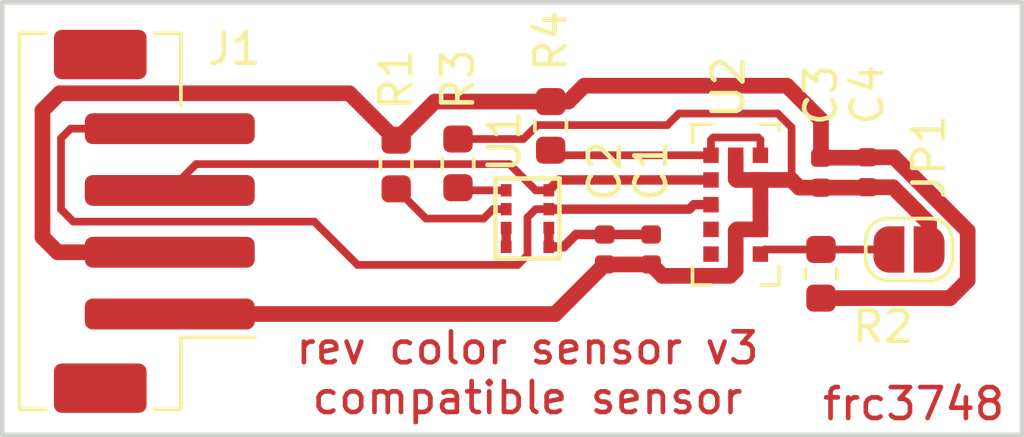
<source format=kicad_pcb>
(kicad_pcb (version 20171130) (host pcbnew "(5.1.4)-1")

  (general
    (thickness 1.6)
    (drawings 6)
    (tracks 101)
    (zones 0)
    (modules 12)
    (nets 13)
  )

  (page A4)
  (layers
    (0 F.Cu signal)
    (31 B.Cu signal)
    (32 B.Adhes user)
    (33 F.Adhes user)
    (34 B.Paste user)
    (35 F.Paste user)
    (36 B.SilkS user)
    (37 F.SilkS user)
    (38 B.Mask user)
    (39 F.Mask user)
    (40 Dwgs.User user)
    (41 Cmts.User user)
    (42 Eco1.User user)
    (43 Eco2.User user)
    (44 Edge.Cuts user)
    (45 Margin user)
    (46 B.CrtYd user)
    (47 F.CrtYd user)
    (48 B.Fab user)
    (49 F.Fab user)
  )

  (setup
    (last_trace_width 0.508)
    (user_trace_width 0.3048)
    (user_trace_width 0.4064)
    (user_trace_width 0.508)
    (trace_clearance 0.2)
    (zone_clearance 0.508)
    (zone_45_only no)
    (trace_min 0.2)
    (via_size 0.8)
    (via_drill 0.4)
    (via_min_size 0.4)
    (via_min_drill 0.3)
    (uvia_size 0.3)
    (uvia_drill 0.1)
    (uvias_allowed no)
    (uvia_min_size 0.2)
    (uvia_min_drill 0.1)
    (edge_width 0.05)
    (segment_width 0.2)
    (pcb_text_width 0.3)
    (pcb_text_size 1.5 1.5)
    (mod_edge_width 0.12)
    (mod_text_size 1 1)
    (mod_text_width 0.15)
    (pad_size 1.524 1.524)
    (pad_drill 0.762)
    (pad_to_mask_clearance 0.051)
    (solder_mask_min_width 0.25)
    (aux_axis_origin 0 0)
    (visible_elements 7FFFF7FF)
    (pcbplotparams
      (layerselection 0x010fc_ffffffff)
      (usegerberextensions false)
      (usegerberattributes false)
      (usegerberadvancedattributes false)
      (creategerberjobfile false)
      (excludeedgelayer true)
      (linewidth 0.100000)
      (plotframeref false)
      (viasonmask false)
      (mode 1)
      (useauxorigin false)
      (hpglpennumber 1)
      (hpglpenspeed 20)
      (hpglpendiameter 15.000000)
      (psnegative false)
      (psa4output false)
      (plotreference true)
      (plotvalue true)
      (plotinvisibletext false)
      (padsonsilk false)
      (subtractmaskfromsilk false)
      (outputformat 1)
      (mirror false)
      (drillshape 0)
      (scaleselection 1)
      (outputdirectory "gerbers/"))
  )

  (net 0 "")
  (net 1 "Net-(C1-Pad2)")
  (net 2 GND)
  (net 3 +3V3)
  (net 4 "Net-(J1-Pad4)")
  (net 5 "Net-(J1-Pad3)")
  (net 6 "Net-(JP1-Pad2)")
  (net 7 "Net-(R1-Pad2)")
  (net 8 "Net-(U1-Pad3)")
  (net 9 "Net-(U2-Pad7)")
  (net 10 "Net-(R3-Pad2)")
  (net 11 "Net-(U1-Pad2)")
  (net 12 "Net-(R4-Pad1)")

  (net_class Default "This is the default net class."
    (clearance 0.2)
    (trace_width 0.25)
    (via_dia 0.8)
    (via_drill 0.4)
    (uvia_dia 0.3)
    (uvia_drill 0.1)
    (add_net +3V3)
    (add_net GND)
    (add_net "Net-(C1-Pad2)")
    (add_net "Net-(J1-Pad3)")
    (add_net "Net-(J1-Pad4)")
    (add_net "Net-(JP1-Pad2)")
    (add_net "Net-(R1-Pad2)")
    (add_net "Net-(R3-Pad2)")
    (add_net "Net-(R4-Pad1)")
    (add_net "Net-(U1-Pad2)")
    (add_net "Net-(U1-Pad3)")
    (add_net "Net-(U2-Pad7)")
  )

  (module Resistor_SMD:R_0603_1608Metric (layer F.Cu) (tedit 5B301BBD) (tstamp 5E435637)
    (at 134.75 82 90)
    (descr "Resistor SMD 0603 (1608 Metric), square (rectangular) end terminal, IPC_7351 nominal, (Body size source: http://www.tortai-tech.com/upload/download/2011102023233369053.pdf), generated with kicad-footprint-generator")
    (tags resistor)
    (path /5E4609FB)
    (attr smd)
    (fp_text reference R4 (at 2.75 0 90) (layer F.SilkS)
      (effects (font (size 1 1) (thickness 0.15)))
    )
    (fp_text value 0R (at 5 0 90) (layer F.Fab) hide
      (effects (font (size 1 1) (thickness 0.15)))
    )
    (fp_text user %R (at 0 0 90) (layer F.Fab)
      (effects (font (size 0.4 0.4) (thickness 0.06)))
    )
    (fp_line (start 1.48 0.73) (end -1.48 0.73) (layer F.CrtYd) (width 0.05))
    (fp_line (start 1.48 -0.73) (end 1.48 0.73) (layer F.CrtYd) (width 0.05))
    (fp_line (start -1.48 -0.73) (end 1.48 -0.73) (layer F.CrtYd) (width 0.05))
    (fp_line (start -1.48 0.73) (end -1.48 -0.73) (layer F.CrtYd) (width 0.05))
    (fp_line (start -0.162779 0.51) (end 0.162779 0.51) (layer F.SilkS) (width 0.12))
    (fp_line (start -0.162779 -0.51) (end 0.162779 -0.51) (layer F.SilkS) (width 0.12))
    (fp_line (start 0.8 0.4) (end -0.8 0.4) (layer F.Fab) (width 0.1))
    (fp_line (start 0.8 -0.4) (end 0.8 0.4) (layer F.Fab) (width 0.1))
    (fp_line (start -0.8 -0.4) (end 0.8 -0.4) (layer F.Fab) (width 0.1))
    (fp_line (start -0.8 0.4) (end -0.8 -0.4) (layer F.Fab) (width 0.1))
    (pad 2 smd roundrect (at 0.7875 0 90) (size 0.875 0.95) (layers F.Cu F.Paste F.Mask) (roundrect_rratio 0.25)
      (net 3 +3V3))
    (pad 1 smd roundrect (at -0.7875 0 90) (size 0.875 0.95) (layers F.Cu F.Paste F.Mask) (roundrect_rratio 0.25)
      (net 12 "Net-(R4-Pad1)"))
    (model ${KISYS3DMOD}/Resistor_SMD.3dshapes/R_0603_1608Metric.wrl
      (at (xyz 0 0 0))
      (scale (xyz 1 1 1))
      (rotate (xyz 0 0 0))
    )
  )

  (module Resistor_SMD:R_0603_1608Metric (layer F.Cu) (tedit 5B301BBD) (tstamp 5E434B7E)
    (at 129.75 83.25 270)
    (descr "Resistor SMD 0603 (1608 Metric), square (rectangular) end terminal, IPC_7351 nominal, (Body size source: http://www.tortai-tech.com/upload/download/2011102023233369053.pdf), generated with kicad-footprint-generator")
    (tags resistor)
    (path /5E435A15)
    (attr smd)
    (fp_text reference R1 (at -2.75 0 90) (layer F.SilkS)
      (effects (font (size 1 1) (thickness 0.15)))
    )
    (fp_text value 4.7k (at -5.5 0 90) (layer F.Fab) hide
      (effects (font (size 1 1) (thickness 0.15)))
    )
    (fp_text user %R (at 0 0 90) (layer F.Fab)
      (effects (font (size 0.4 0.4) (thickness 0.06)))
    )
    (fp_line (start 1.48 0.73) (end -1.48 0.73) (layer F.CrtYd) (width 0.05))
    (fp_line (start 1.48 -0.73) (end 1.48 0.73) (layer F.CrtYd) (width 0.05))
    (fp_line (start -1.48 -0.73) (end 1.48 -0.73) (layer F.CrtYd) (width 0.05))
    (fp_line (start -1.48 0.73) (end -1.48 -0.73) (layer F.CrtYd) (width 0.05))
    (fp_line (start -0.162779 0.51) (end 0.162779 0.51) (layer F.SilkS) (width 0.12))
    (fp_line (start -0.162779 -0.51) (end 0.162779 -0.51) (layer F.SilkS) (width 0.12))
    (fp_line (start 0.8 0.4) (end -0.8 0.4) (layer F.Fab) (width 0.1))
    (fp_line (start 0.8 -0.4) (end 0.8 0.4) (layer F.Fab) (width 0.1))
    (fp_line (start -0.8 -0.4) (end 0.8 -0.4) (layer F.Fab) (width 0.1))
    (fp_line (start -0.8 0.4) (end -0.8 -0.4) (layer F.Fab) (width 0.1))
    (pad 2 smd roundrect (at 0.7875 0 270) (size 0.875 0.95) (layers F.Cu F.Paste F.Mask) (roundrect_rratio 0.25)
      (net 7 "Net-(R1-Pad2)"))
    (pad 1 smd roundrect (at -0.7875 0 270) (size 0.875 0.95) (layers F.Cu F.Paste F.Mask) (roundrect_rratio 0.25)
      (net 3 +3V3))
    (model ${KISYS3DMOD}/Resistor_SMD.3dshapes/R_0603_1608Metric.wrl
      (at (xyz 0 0 0))
      (scale (xyz 1 1 1))
      (rotate (xyz 0 0 0))
    )
  )

  (module Resistor_SMD:R_0603_1608Metric (layer F.Cu) (tedit 5B301BBD) (tstamp 5E433ED5)
    (at 131.75 83.2125 270)
    (descr "Resistor SMD 0603 (1608 Metric), square (rectangular) end terminal, IPC_7351 nominal, (Body size source: http://www.tortai-tech.com/upload/download/2011102023233369053.pdf), generated with kicad-footprint-generator")
    (tags resistor)
    (path /5E44DF79)
    (attr smd)
    (fp_text reference R3 (at -2.7125 0 90) (layer F.SilkS)
      (effects (font (size 1 1) (thickness 0.15)))
    )
    (fp_text value 0R (at -4.9625 0 90) (layer F.Fab) hide
      (effects (font (size 1 1) (thickness 0.15)))
    )
    (fp_text user %R (at 0 0 90) (layer F.Fab)
      (effects (font (size 0.4 0.4) (thickness 0.06)))
    )
    (fp_line (start 1.48 0.73) (end -1.48 0.73) (layer F.CrtYd) (width 0.05))
    (fp_line (start 1.48 -0.73) (end 1.48 0.73) (layer F.CrtYd) (width 0.05))
    (fp_line (start -1.48 -0.73) (end 1.48 -0.73) (layer F.CrtYd) (width 0.05))
    (fp_line (start -1.48 0.73) (end -1.48 -0.73) (layer F.CrtYd) (width 0.05))
    (fp_line (start -0.162779 0.51) (end 0.162779 0.51) (layer F.SilkS) (width 0.12))
    (fp_line (start -0.162779 -0.51) (end 0.162779 -0.51) (layer F.SilkS) (width 0.12))
    (fp_line (start 0.8 0.4) (end -0.8 0.4) (layer F.Fab) (width 0.1))
    (fp_line (start 0.8 -0.4) (end 0.8 0.4) (layer F.Fab) (width 0.1))
    (fp_line (start -0.8 -0.4) (end 0.8 -0.4) (layer F.Fab) (width 0.1))
    (fp_line (start -0.8 0.4) (end -0.8 -0.4) (layer F.Fab) (width 0.1))
    (pad 2 smd roundrect (at 0.7875 0 270) (size 0.875 0.95) (layers F.Cu F.Paste F.Mask) (roundrect_rratio 0.25)
      (net 10 "Net-(R3-Pad2)"))
    (pad 1 smd roundrect (at -0.7875 0 270) (size 0.875 0.95) (layers F.Cu F.Paste F.Mask) (roundrect_rratio 0.25)
      (net 2 GND))
    (model ${KISYS3DMOD}/Resistor_SMD.3dshapes/R_0603_1608Metric.wrl
      (at (xyz 0 0 0))
      (scale (xyz 1 1 1))
      (rotate (xyz 0 0 0))
    )
  )

  (module Resistor_SMD:R_0603_1608Metric (layer F.Cu) (tedit 5B301BBD) (tstamp 5E433EC4)
    (at 143.5 86.7875 90)
    (descr "Resistor SMD 0603 (1608 Metric), square (rectangular) end terminal, IPC_7351 nominal, (Body size source: http://www.tortai-tech.com/upload/download/2011102023233369053.pdf), generated with kicad-footprint-generator")
    (tags resistor)
    (path /5E429DC3)
    (attr smd)
    (fp_text reference R2 (at -1.7125 2 180) (layer F.SilkS)
      (effects (font (size 1 1) (thickness 0.15)))
    )
    (fp_text value 4.7k (at -5.7125 0 90) (layer F.Fab) hide
      (effects (font (size 1 1) (thickness 0.15)))
    )
    (fp_text user %R (at 0 0 90) (layer F.Fab)
      (effects (font (size 0.4 0.4) (thickness 0.06)))
    )
    (fp_line (start 1.48 0.73) (end -1.48 0.73) (layer F.CrtYd) (width 0.05))
    (fp_line (start 1.48 -0.73) (end 1.48 0.73) (layer F.CrtYd) (width 0.05))
    (fp_line (start -1.48 -0.73) (end 1.48 -0.73) (layer F.CrtYd) (width 0.05))
    (fp_line (start -1.48 0.73) (end -1.48 -0.73) (layer F.CrtYd) (width 0.05))
    (fp_line (start -0.162779 0.51) (end 0.162779 0.51) (layer F.SilkS) (width 0.12))
    (fp_line (start -0.162779 -0.51) (end 0.162779 -0.51) (layer F.SilkS) (width 0.12))
    (fp_line (start 0.8 0.4) (end -0.8 0.4) (layer F.Fab) (width 0.1))
    (fp_line (start 0.8 -0.4) (end 0.8 0.4) (layer F.Fab) (width 0.1))
    (fp_line (start -0.8 -0.4) (end 0.8 -0.4) (layer F.Fab) (width 0.1))
    (fp_line (start -0.8 0.4) (end -0.8 -0.4) (layer F.Fab) (width 0.1))
    (pad 2 smd roundrect (at 0.7875 0 90) (size 0.875 0.95) (layers F.Cu F.Paste F.Mask) (roundrect_rratio 0.25)
      (net 6 "Net-(JP1-Pad2)"))
    (pad 1 smd roundrect (at -0.7875 0 90) (size 0.875 0.95) (layers F.Cu F.Paste F.Mask) (roundrect_rratio 0.25)
      (net 3 +3V3))
    (model ${KISYS3DMOD}/Resistor_SMD.3dshapes/R_0603_1608Metric.wrl
      (at (xyz 0 0 0))
      (scale (xyz 1 1 1))
      (rotate (xyz 0 0 0))
    )
  )

  (module OptoDevice:ST_VL53L1X (layer F.Cu) (tedit 5CF16AD7) (tstamp 5E42F4FA)
    (at 140.74 84.55 270)
    (descr https://www.st.com/resource/en/datasheet/vl53l1x.pdf)
    (tags "laser-ranging sensor")
    (path /5E41F061)
    (attr smd)
    (fp_text reference U2 (at -3.8 0.24 90) (layer F.SilkS)
      (effects (font (size 1 1) (thickness 0.15)))
    )
    (fp_text value VL53L1CXV0FY_1 (at -11.3 0.24 90) (layer F.Fab) hide
      (effects (font (size 1 1) (thickness 0.15)))
    )
    (fp_line (start 2.6 1.4) (end 2 1.4) (layer F.SilkS) (width 0.12))
    (fp_line (start 2.6 0.8) (end 2.6 1.4) (layer F.SilkS) (width 0.12))
    (fp_line (start -2.6 -1.4) (end -2.4 -1.4) (layer F.SilkS) (width 0.12))
    (fp_line (start -2.6 1.4) (end -2.6 0.8) (layer F.SilkS) (width 0.12))
    (fp_line (start 2 -1.4) (end 2.6 -1.4) (layer F.SilkS) (width 0.12))
    (fp_line (start 2.6 -1.4) (end 2.6 -0.8) (layer F.SilkS) (width 0.12))
    (fp_line (start -2 1.4) (end -2.6 1.4) (layer F.SilkS) (width 0.12))
    (fp_line (start -2.7 1.5) (end 2.7 1.5) (layer F.CrtYd) (width 0.05))
    (fp_line (start 2.7 1.5) (end 2.7 -1.5) (layer F.CrtYd) (width 0.05))
    (fp_line (start 2.7 -1.5) (end -2.7 -1.5) (layer F.CrtYd) (width 0.05))
    (fp_line (start -2.7 -1.5) (end -2.7 1.5) (layer F.CrtYd) (width 0.05))
    (fp_line (start -2.45 1.25) (end -2.45 -0.63) (layer F.Fab) (width 0.1))
    (fp_line (start -1.83 -1.25) (end 2.45 -1.25) (layer F.Fab) (width 0.1))
    (fp_line (start 2.45 -1.25) (end 2.45 1.25) (layer F.Fab) (width 0.1))
    (fp_line (start 2.45 1.25) (end -2.45 1.25) (layer F.Fab) (width 0.1))
    (fp_text user %R (at 0 0 270) (layer F.Fab)
      (effects (font (size 1 1) (thickness 0.15)))
    )
    (fp_line (start -2.6 -1.4) (end -2.6 -0.8) (layer F.SilkS) (width 0.12))
    (fp_line (start -2.45 -0.63) (end -1.83 -1.25) (layer F.Fab) (width 0.1))
    (pad 1 smd rect (at -1.6 -0.8) (size 0.5 0.5) (layers F.Cu F.Paste F.Mask)
      (net 12 "Net-(R4-Pad1)"))
    (pad 2 smd rect (at -0.8 -0.79) (size 0.5 0.5) (layers F.Cu F.Paste F.Mask)
      (net 2 GND))
    (pad 3 smd rect (at 0 -0.8) (size 0.5 0.5) (layers F.Cu F.Paste F.Mask)
      (net 2 GND))
    (pad 4 smd rect (at 0.8 -0.8) (size 0.5 0.5) (layers F.Cu F.Paste F.Mask)
      (net 2 GND))
    (pad 5 smd rect (at 1.6 -0.8) (size 0.5 0.5) (layers F.Cu F.Paste F.Mask)
      (net 6 "Net-(JP1-Pad2)"))
    (pad 6 smd rect (at 1.6 0) (size 0.5 0.5) (layers F.Cu F.Paste F.Mask)
      (net 2 GND))
    (pad 7 smd rect (at 1.6 0.8) (size 0.5 0.5) (layers F.Cu F.Paste F.Mask)
      (net 9 "Net-(U2-Pad7)"))
    (pad 8 smd rect (at 0.8 0.8) (size 0.5 0.5) (layers F.Cu F.Paste F.Mask))
    (pad 9 smd rect (at 0 0.8) (size 0.5 0.5) (layers F.Cu F.Paste F.Mask)
      (net 4 "Net-(J1-Pad4)"))
    (pad 10 smd rect (at -0.8 0.8) (size 0.5 0.5) (layers F.Cu F.Paste F.Mask)
      (net 5 "Net-(J1-Pad3)"))
    (pad 11 smd rect (at -1.6 0.8) (size 0.5 0.5) (layers F.Cu F.Paste F.Mask)
      (net 12 "Net-(R4-Pad1)"))
    (pad 12 smd rect (at -1.6 0) (size 0.5 0.5) (layers F.Cu F.Paste F.Mask)
      (net 2 GND))
    (model ${KISYS3DMOD}/OptoDevice.3dshapes/ST_VL53L1X.wrl
      (at (xyz 0 0 0))
      (scale (xyz 1 1 1))
      (rotate (xyz 0 0 0))
    )
  )

  (module OptoDevice:APDS-9151 (layer F.Cu) (tedit 5E42CE6A) (tstamp 5E42F4D8)
    (at 134 85)
    (path /5E41B70C)
    (fp_text reference U1 (at -0.75 -2.5 90) (layer F.SilkS)
      (effects (font (size 1 1) (thickness 0.15)))
    )
    (fp_text value APDS-9151 (at -1 2 180) (layer F.Fab) hide
      (effects (font (size 0.5 0.5) (thickness 0.125)))
    )
    (fp_line (start 1.035 -1.29625) (end 1.035 1.29625) (layer F.SilkS) (width 0.15))
    (fp_line (start -1.035 1.29625) (end 1.035 1.29625) (layer F.SilkS) (width 0.15))
    (fp_line (start -1.035 -1.29625) (end -1.035 1.29625) (layer F.SilkS) (width 0.15))
    (fp_line (start -1.035 -1.29625) (end 1.035 -1.29625) (layer F.SilkS) (width 0.15))
    (pad 8 smd rect (at 0.69 -0.915) (size 0.35 0.4) (layers F.Cu F.Paste F.Mask)
      (net 5 "Net-(J1-Pad3)"))
    (pad 7 smd rect (at 0.69 -0.305) (size 0.35 0.4) (layers F.Cu F.Paste F.Mask)
      (net 4 "Net-(J1-Pad4)"))
    (pad 6 smd rect (at 0.69 0.305 180) (size 0.35 0.4) (layers F.Cu F.Paste F.Mask)
      (net 1 "Net-(C1-Pad2)"))
    (pad 5 smd rect (at 0.69 0.915) (size 0.35 0.4) (layers F.Cu F.Paste F.Mask)
      (net 1 "Net-(C1-Pad2)"))
    (pad 4 smd rect (at -0.69 0.915) (size 0.35 0.4) (layers F.Cu F.Paste F.Mask)
      (net 8 "Net-(U1-Pad3)"))
    (pad 3 smd rect (at -0.69 0.305) (size 0.35 0.4) (layers F.Cu F.Paste F.Mask)
      (net 8 "Net-(U1-Pad3)"))
    (pad 2 smd rect (at -0.69 -0.305) (size 0.35 0.4) (layers F.Cu F.Paste F.Mask)
      (net 11 "Net-(U1-Pad2)"))
    (pad 1 smd rect (at -0.69 -0.915) (size 0.35 0.4) (layers F.Cu F.Paste F.Mask)
      (net 10 "Net-(R3-Pad2)"))
  )

  (module Jumper:SolderJumper-2_P1.3mm_Open_RoundedPad1.0x1.5mm (layer F.Cu) (tedit 5B391E66) (tstamp 5E42F4AA)
    (at 146.35 86 180)
    (descr "SMD Solder Jumper, 1x1.5mm, rounded Pads, 0.3mm gap, open")
    (tags "solder jumper open")
    (path /5E4CBC6F)
    (attr virtual)
    (fp_text reference JP1 (at -0.65 3 90) (layer F.SilkS)
      (effects (font (size 1 1) (thickness 0.15)))
    )
    (fp_text value Jumper (at -2.15 -0.5 90) (layer F.Fab) hide
      (effects (font (size 1 1) (thickness 0.15)))
    )
    (fp_arc (start 0.7 -0.3) (end 1.4 -0.3) (angle -90) (layer F.SilkS) (width 0.12))
    (fp_arc (start 0.7 0.3) (end 0.7 1) (angle -90) (layer F.SilkS) (width 0.12))
    (fp_arc (start -0.7 0.3) (end -1.4 0.3) (angle -90) (layer F.SilkS) (width 0.12))
    (fp_arc (start -0.7 -0.3) (end -0.7 -1) (angle -90) (layer F.SilkS) (width 0.12))
    (fp_line (start -1.4 0.3) (end -1.4 -0.3) (layer F.SilkS) (width 0.12))
    (fp_line (start 0.7 1) (end -0.7 1) (layer F.SilkS) (width 0.12))
    (fp_line (start 1.4 -0.3) (end 1.4 0.3) (layer F.SilkS) (width 0.12))
    (fp_line (start -0.7 -1) (end 0.7 -1) (layer F.SilkS) (width 0.12))
    (fp_line (start -1.65 -1.25) (end 1.65 -1.25) (layer F.CrtYd) (width 0.05))
    (fp_line (start -1.65 -1.25) (end -1.65 1.25) (layer F.CrtYd) (width 0.05))
    (fp_line (start 1.65 1.25) (end 1.65 -1.25) (layer F.CrtYd) (width 0.05))
    (fp_line (start 1.65 1.25) (end -1.65 1.25) (layer F.CrtYd) (width 0.05))
    (pad 1 smd custom (at -0.65 0 180) (size 1 0.5) (layers F.Cu F.Mask)
      (net 2 GND) (zone_connect 2)
      (options (clearance outline) (anchor rect))
      (primitives
        (gr_circle (center 0 0.25) (end 0.5 0.25) (width 0))
        (gr_circle (center 0 -0.25) (end 0.5 -0.25) (width 0))
        (gr_poly (pts
           (xy 0 -0.75) (xy 0.5 -0.75) (xy 0.5 0.75) (xy 0 0.75)) (width 0))
      ))
    (pad 2 smd custom (at 0.65 0 180) (size 1 0.5) (layers F.Cu F.Mask)
      (net 6 "Net-(JP1-Pad2)") (zone_connect 2)
      (options (clearance outline) (anchor rect))
      (primitives
        (gr_circle (center 0 0.25) (end 0.5 0.25) (width 0))
        (gr_circle (center 0 -0.25) (end 0.5 -0.25) (width 0))
        (gr_poly (pts
           (xy 0 -0.75) (xy -0.5 -0.75) (xy -0.5 0.75) (xy 0 0.75)) (width 0))
      ))
  )

  (module Connector_JST:JST_PH_B4B-PH-SM4-TB_1x04-1MP_P2.00mm_Vertical (layer F.Cu) (tedit 5B78AD87) (tstamp 5E42F498)
    (at 121.92 85.09 90)
    (descr "JST PH series connector, B4B-PH-SM4-TB (http://www.jst-mfg.com/product/pdf/eng/ePH.pdf), generated with kicad-footprint-generator")
    (tags "connector JST PH side entry")
    (path /5E4EE126)
    (attr smd)
    (fp_text reference J1 (at 5.59 2.58 180) (layer F.SilkS)
      (effects (font (size 1 1) (thickness 0.15)))
    )
    (fp_text value JST_PH4x2mm (at 0 4.45 90) (layer F.Fab) hide
      (effects (font (size 1 1) (thickness 0.15)))
    )
    (fp_text user %R (at 0 -1 90) (layer F.Fab)
      (effects (font (size 1 1) (thickness 0.15)))
    )
    (fp_line (start -3 0.042893) (end -2.5 0.75) (layer F.Fab) (width 0.1))
    (fp_line (start -3.5 0.75) (end -3 0.042893) (layer F.Fab) (width 0.1))
    (fp_line (start 6.7 -4.75) (end -6.7 -4.75) (layer F.CrtYd) (width 0.05))
    (fp_line (start 6.7 3.75) (end 6.7 -4.75) (layer F.CrtYd) (width 0.05))
    (fp_line (start -6.7 3.75) (end 6.7 3.75) (layer F.CrtYd) (width 0.05))
    (fp_line (start -6.7 -4.75) (end -6.7 3.75) (layer F.CrtYd) (width 0.05))
    (fp_line (start 3.25 -2.75) (end 2.75 -2.75) (layer F.Fab) (width 0.1))
    (fp_line (start 3.25 -2.25) (end 3.25 -2.75) (layer F.Fab) (width 0.1))
    (fp_line (start 2.75 -2.25) (end 3.25 -2.25) (layer F.Fab) (width 0.1))
    (fp_line (start 2.75 -2.75) (end 2.75 -2.25) (layer F.Fab) (width 0.1))
    (fp_line (start 1.25 -2.75) (end 0.75 -2.75) (layer F.Fab) (width 0.1))
    (fp_line (start 1.25 -2.25) (end 1.25 -2.75) (layer F.Fab) (width 0.1))
    (fp_line (start 0.75 -2.25) (end 1.25 -2.25) (layer F.Fab) (width 0.1))
    (fp_line (start 0.75 -2.75) (end 0.75 -2.25) (layer F.Fab) (width 0.1))
    (fp_line (start -0.75 -2.75) (end -1.25 -2.75) (layer F.Fab) (width 0.1))
    (fp_line (start -0.75 -2.25) (end -0.75 -2.75) (layer F.Fab) (width 0.1))
    (fp_line (start -1.25 -2.25) (end -0.75 -2.25) (layer F.Fab) (width 0.1))
    (fp_line (start -1.25 -2.75) (end -1.25 -2.25) (layer F.Fab) (width 0.1))
    (fp_line (start -2.75 -2.75) (end -3.25 -2.75) (layer F.Fab) (width 0.1))
    (fp_line (start -2.75 -2.25) (end -2.75 -2.75) (layer F.Fab) (width 0.1))
    (fp_line (start -3.25 -2.25) (end -2.75 -2.25) (layer F.Fab) (width 0.1))
    (fp_line (start -3.25 -2.75) (end -3.25 -2.25) (layer F.Fab) (width 0.1))
    (fp_line (start 5.975 0.75) (end 5.975 -4.25) (layer F.Fab) (width 0.1))
    (fp_line (start -5.975 0.75) (end -5.975 -4.25) (layer F.Fab) (width 0.1))
    (fp_line (start -5.975 -4.25) (end 5.975 -4.25) (layer F.Fab) (width 0.1))
    (fp_line (start 6.085 -4.36) (end 6.085 -3.51) (layer F.SilkS) (width 0.12))
    (fp_line (start -6.085 -4.36) (end 6.085 -4.36) (layer F.SilkS) (width 0.12))
    (fp_line (start -6.085 -3.51) (end -6.085 -4.36) (layer F.SilkS) (width 0.12))
    (fp_line (start 6.085 0.86) (end 3.76 0.86) (layer F.SilkS) (width 0.12))
    (fp_line (start 6.085 0.01) (end 6.085 0.86) (layer F.SilkS) (width 0.12))
    (fp_line (start -3.76 0.86) (end -3.76 3.25) (layer F.SilkS) (width 0.12))
    (fp_line (start -6.085 0.86) (end -3.76 0.86) (layer F.SilkS) (width 0.12))
    (fp_line (start -6.085 0.01) (end -6.085 0.86) (layer F.SilkS) (width 0.12))
    (fp_line (start -5.975 0.75) (end 5.975 0.75) (layer F.Fab) (width 0.1))
    (pad MP smd roundrect (at 5.4 -1.75 90) (size 1.6 3) (layers F.Cu F.Paste F.Mask) (roundrect_rratio 0.15625))
    (pad MP smd roundrect (at -5.4 -1.75 90) (size 1.6 3) (layers F.Cu F.Paste F.Mask) (roundrect_rratio 0.15625))
    (pad 4 smd roundrect (at 3 0.5 90) (size 1 5.5) (layers F.Cu F.Paste F.Mask) (roundrect_rratio 0.25)
      (net 4 "Net-(J1-Pad4)"))
    (pad 3 smd roundrect (at 1 0.5 90) (size 1 5.5) (layers F.Cu F.Paste F.Mask) (roundrect_rratio 0.25)
      (net 5 "Net-(J1-Pad3)"))
    (pad 2 smd roundrect (at -1 0.5 90) (size 1 5.5) (layers F.Cu F.Paste F.Mask) (roundrect_rratio 0.25)
      (net 3 +3V3))
    (pad 1 smd roundrect (at -3 0.5 90) (size 1 5.5) (layers F.Cu F.Paste F.Mask) (roundrect_rratio 0.25)
      (net 2 GND))
    (model ${KISYS3DMOD}/Connector_JST.3dshapes/JST_PH_B4B-PH-SM4-TB_1x04-1MP_P2.00mm_Vertical.wrl
      (at (xyz 0 0 0))
      (scale (xyz 1 1 1))
      (rotate (xyz 0 0 0))
    )
  )

  (module Capacitor_SMD:C_0402_1005Metric (layer F.Cu) (tedit 5B301BBE) (tstamp 5E42F46B)
    (at 145 83.5 270)
    (descr "Capacitor SMD 0402 (1005 Metric), square (rectangular) end terminal, IPC_7351 nominal, (Body size source: http://www.tortai-tech.com/upload/download/2011102023233369053.pdf), generated with kicad-footprint-generator")
    (tags capacitor)
    (path /5E48D9BC)
    (attr smd)
    (fp_text reference C4 (at -2.515 0 90) (layer F.SilkS)
      (effects (font (size 1 1) (thickness 0.15)))
    )
    (fp_text value 100nf (at -6.015 0 90) (layer F.Fab) hide
      (effects (font (size 1 1) (thickness 0.15)))
    )
    (fp_line (start -0.5 0.25) (end -0.5 -0.25) (layer F.Fab) (width 0.1))
    (fp_line (start -0.5 -0.25) (end 0.5 -0.25) (layer F.Fab) (width 0.1))
    (fp_line (start 0.5 -0.25) (end 0.5 0.25) (layer F.Fab) (width 0.1))
    (fp_line (start 0.5 0.25) (end -0.5 0.25) (layer F.Fab) (width 0.1))
    (fp_line (start -0.93 0.47) (end -0.93 -0.47) (layer F.CrtYd) (width 0.05))
    (fp_line (start -0.93 -0.47) (end 0.93 -0.47) (layer F.CrtYd) (width 0.05))
    (fp_line (start 0.93 -0.47) (end 0.93 0.47) (layer F.CrtYd) (width 0.05))
    (fp_line (start 0.93 0.47) (end -0.93 0.47) (layer F.CrtYd) (width 0.05))
    (fp_text user %R (at 0 0 90) (layer F.Fab)
      (effects (font (size 0.25 0.25) (thickness 0.04)))
    )
    (pad 1 smd roundrect (at -0.485 0 270) (size 0.59 0.64) (layers F.Cu F.Paste F.Mask) (roundrect_rratio 0.25)
      (net 3 +3V3))
    (pad 2 smd roundrect (at 0.485 0 270) (size 0.59 0.64) (layers F.Cu F.Paste F.Mask) (roundrect_rratio 0.25)
      (net 2 GND))
    (model ${KISYS3DMOD}/Capacitor_SMD.3dshapes/C_0402_1005Metric.wrl
      (at (xyz 0 0 0))
      (scale (xyz 1 1 1))
      (rotate (xyz 0 0 0))
    )
  )

  (module Capacitor_SMD:C_0402_1005Metric (layer F.Cu) (tedit 5B301BBE) (tstamp 5E42F45C)
    (at 143.5 83.515 270)
    (descr "Capacitor SMD 0402 (1005 Metric), square (rectangular) end terminal, IPC_7351 nominal, (Body size source: http://www.tortai-tech.com/upload/download/2011102023233369053.pdf), generated with kicad-footprint-generator")
    (tags capacitor)
    (path /5E48B2C0)
    (attr smd)
    (fp_text reference C3 (at -2.515 0 90) (layer F.SilkS)
      (effects (font (size 1 1) (thickness 0.15)))
    )
    (fp_text value 10uF (at -6.015 0 90) (layer F.Fab) hide
      (effects (font (size 1 1) (thickness 0.15)))
    )
    (fp_line (start -0.5 0.25) (end -0.5 -0.25) (layer F.Fab) (width 0.1))
    (fp_line (start -0.5 -0.25) (end 0.5 -0.25) (layer F.Fab) (width 0.1))
    (fp_line (start 0.5 -0.25) (end 0.5 0.25) (layer F.Fab) (width 0.1))
    (fp_line (start 0.5 0.25) (end -0.5 0.25) (layer F.Fab) (width 0.1))
    (fp_line (start -0.93 0.47) (end -0.93 -0.47) (layer F.CrtYd) (width 0.05))
    (fp_line (start -0.93 -0.47) (end 0.93 -0.47) (layer F.CrtYd) (width 0.05))
    (fp_line (start 0.93 -0.47) (end 0.93 0.47) (layer F.CrtYd) (width 0.05))
    (fp_line (start 0.93 0.47) (end -0.93 0.47) (layer F.CrtYd) (width 0.05))
    (fp_text user %R (at 0 0 90) (layer F.Fab)
      (effects (font (size 0.25 0.25) (thickness 0.04)))
    )
    (pad 1 smd roundrect (at -0.485 0 270) (size 0.59 0.64) (layers F.Cu F.Paste F.Mask) (roundrect_rratio 0.25)
      (net 3 +3V3))
    (pad 2 smd roundrect (at 0.485 0 270) (size 0.59 0.64) (layers F.Cu F.Paste F.Mask) (roundrect_rratio 0.25)
      (net 2 GND))
    (model ${KISYS3DMOD}/Capacitor_SMD.3dshapes/C_0402_1005Metric.wrl
      (at (xyz 0 0 0))
      (scale (xyz 1 1 1))
      (rotate (xyz 0 0 0))
    )
  )

  (module Capacitor_SMD:C_0402_1005Metric (layer F.Cu) (tedit 5B301BBE) (tstamp 5E42F44D)
    (at 136.5 86 90)
    (descr "Capacitor SMD 0402 (1005 Metric), square (rectangular) end terminal, IPC_7351 nominal, (Body size source: http://www.tortai-tech.com/upload/download/2011102023233369053.pdf), generated with kicad-footprint-generator")
    (tags capacitor)
    (path /5E48A257)
    (attr smd)
    (fp_text reference C2 (at 2.54 0 90) (layer F.SilkS)
      (effects (font (size 1 1) (thickness 0.15)))
    )
    (fp_text value 100nF (at 6.5 0 270) (layer F.Fab) hide
      (effects (font (size 1 1) (thickness 0.15)))
    )
    (fp_text user %R (at 0 0 90) (layer F.Fab)
      (effects (font (size 0.25 0.25) (thickness 0.04)))
    )
    (fp_line (start 0.93 0.47) (end -0.93 0.47) (layer F.CrtYd) (width 0.05))
    (fp_line (start 0.93 -0.47) (end 0.93 0.47) (layer F.CrtYd) (width 0.05))
    (fp_line (start -0.93 -0.47) (end 0.93 -0.47) (layer F.CrtYd) (width 0.05))
    (fp_line (start -0.93 0.47) (end -0.93 -0.47) (layer F.CrtYd) (width 0.05))
    (fp_line (start 0.5 0.25) (end -0.5 0.25) (layer F.Fab) (width 0.1))
    (fp_line (start 0.5 -0.25) (end 0.5 0.25) (layer F.Fab) (width 0.1))
    (fp_line (start -0.5 -0.25) (end 0.5 -0.25) (layer F.Fab) (width 0.1))
    (fp_line (start -0.5 0.25) (end -0.5 -0.25) (layer F.Fab) (width 0.1))
    (pad 2 smd roundrect (at 0.485 0 90) (size 0.59 0.64) (layers F.Cu F.Paste F.Mask) (roundrect_rratio 0.25)
      (net 1 "Net-(C1-Pad2)"))
    (pad 1 smd roundrect (at -0.485 0 90) (size 0.59 0.64) (layers F.Cu F.Paste F.Mask) (roundrect_rratio 0.25)
      (net 2 GND))
    (model ${KISYS3DMOD}/Capacitor_SMD.3dshapes/C_0402_1005Metric.wrl
      (at (xyz 0 0 0))
      (scale (xyz 1 1 1))
      (rotate (xyz 0 0 0))
    )
  )

  (module Capacitor_SMD:C_0402_1005Metric (layer F.Cu) (tedit 5B301BBE) (tstamp 5E42F43E)
    (at 138 86 90)
    (descr "Capacitor SMD 0402 (1005 Metric), square (rectangular) end terminal, IPC_7351 nominal, (Body size source: http://www.tortai-tech.com/upload/download/2011102023233369053.pdf), generated with kicad-footprint-generator")
    (tags capacitor)
    (path /5E48E80C)
    (attr smd)
    (fp_text reference C1 (at 2.54 0 90) (layer F.SilkS)
      (effects (font (size 1 1) (thickness 0.15)))
    )
    (fp_text value 10uF (at 6 0 270) (layer F.Fab) hide
      (effects (font (size 1 1) (thickness 0.15)))
    )
    (fp_text user %R (at 0 0 90) (layer F.Fab)
      (effects (font (size 0.25 0.25) (thickness 0.04)))
    )
    (fp_line (start 0.93 0.47) (end -0.93 0.47) (layer F.CrtYd) (width 0.05))
    (fp_line (start 0.93 -0.47) (end 0.93 0.47) (layer F.CrtYd) (width 0.05))
    (fp_line (start -0.93 -0.47) (end 0.93 -0.47) (layer F.CrtYd) (width 0.05))
    (fp_line (start -0.93 0.47) (end -0.93 -0.47) (layer F.CrtYd) (width 0.05))
    (fp_line (start 0.5 0.25) (end -0.5 0.25) (layer F.Fab) (width 0.1))
    (fp_line (start 0.5 -0.25) (end 0.5 0.25) (layer F.Fab) (width 0.1))
    (fp_line (start -0.5 -0.25) (end 0.5 -0.25) (layer F.Fab) (width 0.1))
    (fp_line (start -0.5 0.25) (end -0.5 -0.25) (layer F.Fab) (width 0.1))
    (pad 2 smd roundrect (at 0.485 0 90) (size 0.59 0.64) (layers F.Cu F.Paste F.Mask) (roundrect_rratio 0.25)
      (net 1 "Net-(C1-Pad2)"))
    (pad 1 smd roundrect (at -0.485 0 90) (size 0.59 0.64) (layers F.Cu F.Paste F.Mask) (roundrect_rratio 0.25)
      (net 2 GND))
    (model ${KISYS3DMOD}/Capacitor_SMD.3dshapes/C_0402_1005Metric.wrl
      (at (xyz 0 0 0))
      (scale (xyz 1 1 1))
      (rotate (xyz 0 0 0))
    )
  )

  (gr_text frc3748 (at 146.5 91) (layer F.Cu)
    (effects (font (size 1 1) (thickness 0.15)))
  )
  (gr_text "rev color sensor v3\ncompatible sensor" (at 134 90) (layer F.Cu)
    (effects (font (size 1 1) (thickness 0.15)))
  )
  (gr_line (start 117 92) (end 150 92) (layer Edge.Cuts) (width 0.15) (tstamp 5E4361EF))
  (gr_line (start 150 92) (end 150 78) (layer Edge.Cuts) (width 0.15))
  (gr_line (start 117 78) (end 117 92) (layer Edge.Cuts) (width 0.15))
  (gr_line (start 150 78) (end 117 78) (layer Edge.Cuts) (width 0.15))

  (segment (start 134.69 85.915) (end 134.69 85.305) (width 0.3048) (layer F.Cu) (net 1))
  (segment (start 135.5698 85.515) (end 136.5 85.515) (width 0.3048) (layer F.Cu) (net 1))
  (segment (start 134.69 85.915) (end 135.1698 85.915) (width 0.3048) (layer F.Cu) (net 1))
  (segment (start 135.1698 85.915) (end 135.5698 85.515) (width 0.3048) (layer F.Cu) (net 1))
  (segment (start 136.5 85.515) (end 138 85.515) (width 0.3048) (layer F.Cu) (net 1))
  (segment (start 141.03 83.75) (end 141.53 83.75) (width 0.25) (layer F.Cu) (net 2))
  (segment (start 140.74 83.46) (end 141.03 83.75) (width 0.25) (layer F.Cu) (net 2))
  (segment (start 140.74 82.95) (end 140.74 83.46) (width 0.25) (layer F.Cu) (net 2))
  (segment (start 141.53 84.54) (end 141.54 84.55) (width 0.25) (layer F.Cu) (net 2))
  (segment (start 141.53 83.75) (end 141.53 84.54) (width 0.25) (layer F.Cu) (net 2))
  (segment (start 141.54 84.55) (end 141.54 85.35) (width 0.25) (layer F.Cu) (net 2))
  (segment (start 134.895 88.09) (end 136.5 86.485) (width 0.508) (layer F.Cu) (net 2))
  (segment (start 122.42 88.09) (end 134.895 88.09) (width 0.508) (layer F.Cu) (net 2))
  (segment (start 136.5 86.485) (end 138 86.485) (width 0.508) (layer F.Cu) (net 2))
  (segment (start 140.782 85.35) (end 141.54 85.35) (width 0.508) (layer F.Cu) (net 2))
  (segment (start 140.74 85.392) (end 140.782 85.35) (width 0.508) (layer F.Cu) (net 2))
  (segment (start 140.74 86.15) (end 140.74 85.392) (width 0.508) (layer F.Cu) (net 2))
  (segment (start 141.54 83.76) (end 141.53 83.75) (width 0.508) (layer F.Cu) (net 2))
  (segment (start 141.54 85.35) (end 141.54 83.76) (width 0.508) (layer F.Cu) (net 2))
  (segment (start 140.74 83.718) (end 140.74 82.954009) (width 0.508) (layer F.Cu) (net 2))
  (segment (start 141.53 83.75) (end 140.772 83.75) (width 0.508) (layer F.Cu) (net 2))
  (segment (start 140.772 83.75) (end 140.74 83.718) (width 0.508) (layer F.Cu) (net 2))
  (segment (start 143.5 84) (end 142.8 84) (width 0.508) (layer F.Cu) (net 2))
  (segment (start 142.55 83.75) (end 141.53 83.75) (width 0.508) (layer F.Cu) (net 2))
  (segment (start 142.8 84) (end 142.55 83.75) (width 0.508) (layer F.Cu) (net 2))
  (segment (start 144.985 84) (end 145 83.985) (width 0.508) (layer F.Cu) (net 2))
  (segment (start 143.5 84) (end 144.985 84) (width 0.508) (layer F.Cu) (net 2))
  (segment (start 147 85.152408) (end 147 86) (width 0.508) (layer F.Cu) (net 2))
  (segment (start 145.832592 83.985) (end 147 85.152408) (width 0.508) (layer F.Cu) (net 2))
  (segment (start 145 83.985) (end 145.832592 83.985) (width 0.508) (layer F.Cu) (net 2))
  (segment (start 140.74 86.667202) (end 140.74 86.15) (width 0.508) (layer F.Cu) (net 2))
  (segment (start 140.553201 86.854001) (end 140.74 86.667202) (width 0.508) (layer F.Cu) (net 2))
  (segment (start 138.369001 86.854001) (end 140.553201 86.854001) (width 0.508) (layer F.Cu) (net 2))
  (segment (start 138 86.485) (end 138.369001 86.854001) (width 0.508) (layer F.Cu) (net 2))
  (segment (start 134.318496 81.97501) (end 138.52499 81.97501) (width 0.25) (layer F.Cu) (net 2))
  (segment (start 131.75 82.425) (end 133.868506 82.425) (width 0.25) (layer F.Cu) (net 2))
  (segment (start 133.868506 82.425) (end 134.318496 81.97501) (width 0.25) (layer F.Cu) (net 2))
  (segment (start 138.52499 81.97501) (end 138.9 81.6) (width 0.25) (layer F.Cu) (net 2))
  (segment (start 138.9 81.6) (end 142.1 81.6) (width 0.25) (layer F.Cu) (net 2))
  (segment (start 142.55 82.05) (end 142.55 83.75) (width 0.25) (layer F.Cu) (net 2))
  (segment (start 142.1 81.6) (end 142.55 82.05) (width 0.25) (layer F.Cu) (net 2))
  (segment (start 118.3 85.6) (end 118.79 86.09) (width 0.508) (layer F.Cu) (net 3))
  (segment (start 118.3 81.5) (end 118.3 85.6) (width 0.508) (layer F.Cu) (net 3))
  (segment (start 118.85599 80.94401) (end 118.3 81.5) (width 0.508) (layer F.Cu) (net 3))
  (segment (start 129.75 82.4625) (end 128.23151 80.94401) (width 0.508) (layer F.Cu) (net 3))
  (segment (start 128.23151 80.94401) (end 118.85599 80.94401) (width 0.508) (layer F.Cu) (net 3))
  (segment (start 118.79 86.09) (end 122.42 86.09) (width 0.508) (layer F.Cu) (net 3))
  (segment (start 131 81.2125) (end 134.75 81.2125) (width 0.508) (layer F.Cu) (net 3))
  (segment (start 129.75 82.4625) (end 131 81.2125) (width 0.508) (layer F.Cu) (net 3))
  (segment (start 144.985 83.03) (end 145 83.015) (width 0.508) (layer F.Cu) (net 3))
  (segment (start 143.5 83.03) (end 144.985 83.03) (width 0.508) (layer F.Cu) (net 3))
  (segment (start 148.25 85.401132) (end 148.25 87) (width 0.508) (layer F.Cu) (net 3))
  (segment (start 145.863868 83.015) (end 148.25 85.401132) (width 0.508) (layer F.Cu) (net 3))
  (segment (start 145 83.015) (end 145.863868 83.015) (width 0.508) (layer F.Cu) (net 3))
  (segment (start 147.675 87.575) (end 143.5 87.575) (width 0.508) (layer F.Cu) (net 3))
  (segment (start 148.25 87) (end 147.675 87.575) (width 0.508) (layer F.Cu) (net 3))
  (segment (start 135.325 81.2125) (end 135.8375 80.7) (width 0.508) (layer F.Cu) (net 3))
  (segment (start 134.75 81.2125) (end 135.325 81.2125) (width 0.508) (layer F.Cu) (net 3))
  (segment (start 135.8375 80.7) (end 142.4 80.7) (width 0.508) (layer F.Cu) (net 3))
  (segment (start 143.5 81.8) (end 143.5 83.03) (width 0.508) (layer F.Cu) (net 3))
  (segment (start 142.4 80.7) (end 143.5 81.8) (width 0.508) (layer F.Cu) (net 3))
  (segment (start 135.1698 84.695) (end 134.69 84.695) (width 0.3048) (layer F.Cu) (net 4))
  (segment (start 139.2402 84.695) (end 135.1698 84.695) (width 0.3048) (layer F.Cu) (net 4))
  (segment (start 139.3852 84.55) (end 139.2402 84.695) (width 0.3048) (layer F.Cu) (net 4))
  (segment (start 139.94 84.55) (end 139.3852 84.55) (width 0.3048) (layer F.Cu) (net 4))
  (segment (start 118.9 84.7) (end 118.9 82.4) (width 0.25) (layer F.Cu) (net 4))
  (segment (start 119.3 85.1) (end 118.9 84.7) (width 0.25) (layer F.Cu) (net 4))
  (segment (start 119.21 82.09) (end 122.42 82.09) (width 0.25) (layer F.Cu) (net 4))
  (segment (start 127.1 85.1) (end 119.3 85.1) (width 0.25) (layer F.Cu) (net 4))
  (segment (start 134.265 84.695) (end 134 84.96) (width 0.25) (layer F.Cu) (net 4))
  (segment (start 134 84.96) (end 134 86.185002) (width 0.25) (layer F.Cu) (net 4))
  (segment (start 118.9 82.4) (end 119.21 82.09) (width 0.25) (layer F.Cu) (net 4))
  (segment (start 134 86.185002) (end 133.685002 86.5) (width 0.25) (layer F.Cu) (net 4))
  (segment (start 133.685002 86.5) (end 128.5 86.5) (width 0.25) (layer F.Cu) (net 4))
  (segment (start 134.69 84.695) (end 134.265 84.695) (width 0.25) (layer F.Cu) (net 4))
  (segment (start 128.5 86.5) (end 127.1 85.1) (width 0.25) (layer F.Cu) (net 4))
  (segment (start 135.025 83.75) (end 134.69 84.085) (width 0.3048) (layer F.Cu) (net 5))
  (segment (start 139.94 83.75) (end 135.025 83.75) (width 0.3048) (layer F.Cu) (net 5))
  (segment (start 134.69 84.085) (end 134.69 84.06) (width 0.3048) (layer F.Cu) (net 5))
  (segment (start 122.99071 83.51929) (end 122.42 84.09) (width 0.25) (layer F.Cu) (net 5))
  (segment (start 123.27251 83.23749) (end 122.99071 83.51929) (width 0.25) (layer F.Cu) (net 5))
  (segment (start 133.41749 83.23749) (end 123.27251 83.23749) (width 0.25) (layer F.Cu) (net 5))
  (segment (start 134.265 84.085) (end 133.41749 83.23749) (width 0.25) (layer F.Cu) (net 5))
  (segment (start 134.69 84.085) (end 134.265 84.085) (width 0.25) (layer F.Cu) (net 5))
  (segment (start 141.69 86) (end 141.54 86.15) (width 0.25) (layer F.Cu) (net 6))
  (segment (start 143.5 86) (end 141.69 86) (width 0.25) (layer F.Cu) (net 6))
  (segment (start 145.7 86) (end 143.5 86) (width 0.25) (layer F.Cu) (net 6))
  (segment (start 132.885 84.695) (end 132.58 85) (width 0.25) (layer F.Cu) (net 7))
  (segment (start 133.31 84.695) (end 132.885 84.695) (width 0.25) (layer F.Cu) (net 7))
  (segment (start 130.7125 85) (end 129.75 84.0375) (width 0.25) (layer F.Cu) (net 7))
  (segment (start 132.58 85) (end 130.7125 85) (width 0.25) (layer F.Cu) (net 7))
  (segment (start 133.31 85.915) (end 133.31 85.305) (width 0.3048) (layer F.Cu) (net 8))
  (segment (start 131.835 84.085) (end 131.75 84) (width 0.25) (layer F.Cu) (net 10))
  (segment (start 133.31 84.085) (end 131.835 84.085) (width 0.25) (layer F.Cu) (net 10))
  (segment (start 141.54 82.45) (end 141.54 82.95) (width 0.25) (layer F.Cu) (net 12))
  (segment (start 141.464999 82.374999) (end 141.54 82.45) (width 0.25) (layer F.Cu) (net 12))
  (segment (start 140.015001 82.374999) (end 141.464999 82.374999) (width 0.25) (layer F.Cu) (net 12))
  (segment (start 139.94 82.45) (end 140.015001 82.374999) (width 0.25) (layer F.Cu) (net 12))
  (segment (start 139.94 82.95) (end 139.94 82.45) (width 0.25) (layer F.Cu) (net 12))
  (segment (start 134.9125 82.95) (end 134.75 82.7875) (width 0.25) (layer F.Cu) (net 12))
  (segment (start 139.94 82.95) (end 134.9125 82.95) (width 0.25) (layer F.Cu) (net 12))

)

</source>
